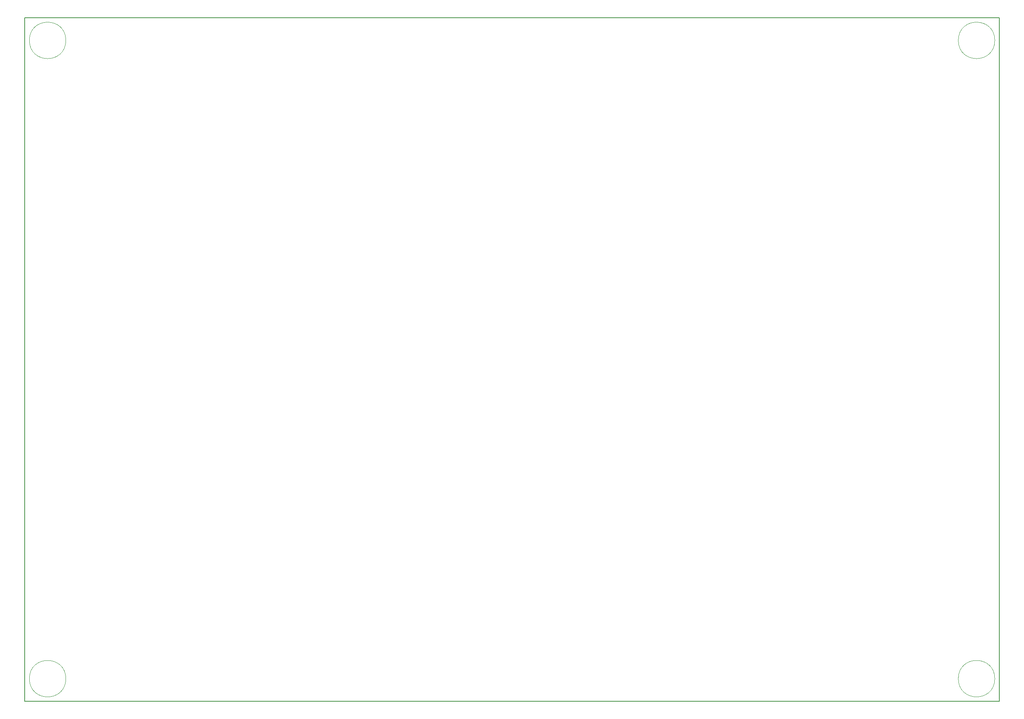
<source format=gko>
G04*
G04 #@! TF.GenerationSoftware,Altium Limited,Altium Designer,24.3.1 (35)*
G04*
G04 Layer_Color=16711935*
%FSLAX44Y44*%
%MOMM*%
G71*
G04*
G04 #@! TF.SameCoordinates,19752D80-6C45-4E96-A252-4C1BB4621B5E*
G04*
G04*
G04 #@! TF.FilePolarity,Positive*
G04*
G01*
G75*
%ADD10C,0.1000*%
%ADD11C,0.2000*%
D10*
X90050Y1452500D02*
G03*
X90050Y1452500I-40050J0D01*
G01*
X2130050D02*
G03*
X2130050Y1452500I-40050J0D01*
G01*
Y50000D02*
G03*
X2130050Y50000I-40050J0D01*
G01*
X90050D02*
G03*
X90050Y50000I-40050J0D01*
G01*
D11*
X-0Y0D02*
X2140000D01*
Y1502500D01*
X-0D02*
X2140000D01*
X-0Y0D02*
Y1502500D01*
M02*

</source>
